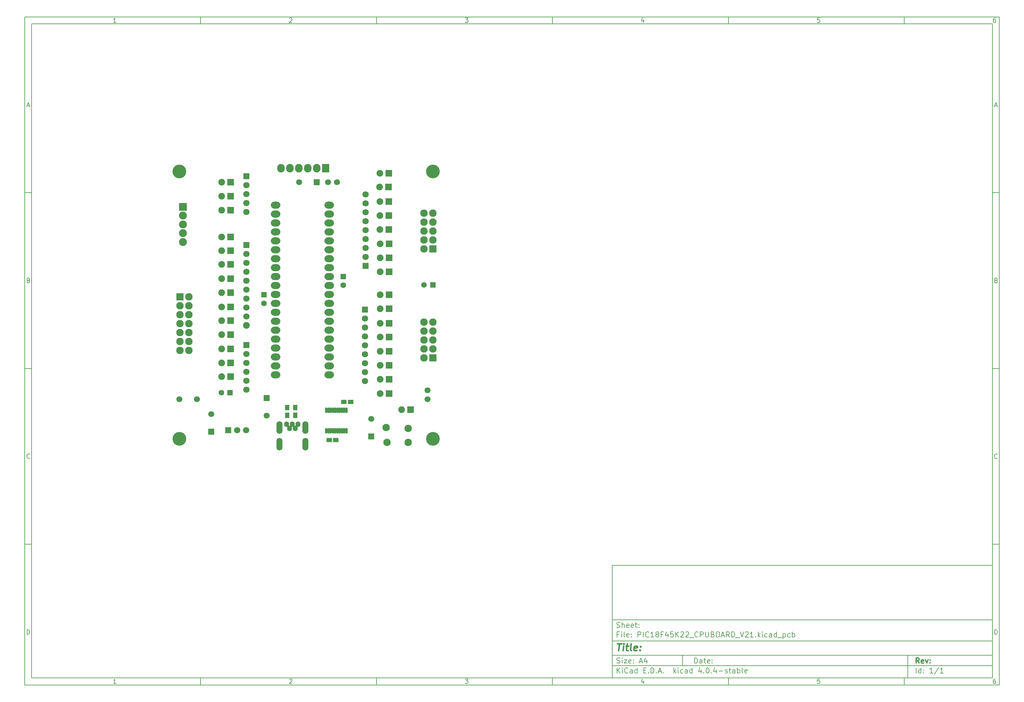
<source format=gts>
G04 #@! TF.FileFunction,Soldermask,Top*
%FSLAX46Y46*%
G04 Gerber Fmt 4.6, Leading zero omitted, Abs format (unit mm)*
G04 Created by KiCad (PCBNEW 4.0.4-stable) date 01/16/17 16:34:01*
%MOMM*%
%LPD*%
G01*
G04 APERTURE LIST*
%ADD10C,0.100000*%
%ADD11C,0.150000*%
%ADD12C,0.300000*%
%ADD13C,0.400000*%
%ADD14R,2.250000X2.250000*%
%ADD15C,2.250000*%
%ADD16R,1.900000X1.900000*%
%ADD17C,1.900000*%
%ADD18O,0.750000X1.600000*%
%ADD19C,1.700000*%
%ADD20R,1.797000X1.797000*%
%ADD21C,1.797000*%
%ADD22C,3.900000*%
%ADD23C,1.924000*%
%ADD24R,2.127200X2.127200*%
%ADD25O,2.127200X2.127200*%
%ADD26O,1.400000X1.600000*%
%ADD27O,1.700000X3.600000*%
%ADD28R,2.127200X2.432000*%
%ADD29O,2.127200X2.432000*%
%ADD30C,2.100000*%
%ADD31R,1.700000X1.700000*%
%ADD32R,1.600000X1.600000*%
%ADD33C,1.600000*%
%ADD34O,2.700000X2.000000*%
%ADD35R,1.600000X1.150000*%
%ADD36R,1.300000X1.600000*%
G04 APERTURE END LIST*
D10*
D11*
X177002200Y-166007200D02*
X177002200Y-198007200D01*
X285002200Y-198007200D01*
X285002200Y-166007200D01*
X177002200Y-166007200D01*
D10*
D11*
X10000000Y-10000000D02*
X10000000Y-200007200D01*
X287002200Y-200007200D01*
X287002200Y-10000000D01*
X10000000Y-10000000D01*
D10*
D11*
X12000000Y-12000000D02*
X12000000Y-198007200D01*
X285002200Y-198007200D01*
X285002200Y-12000000D01*
X12000000Y-12000000D01*
D10*
D11*
X60000000Y-12000000D02*
X60000000Y-10000000D01*
D10*
D11*
X110000000Y-12000000D02*
X110000000Y-10000000D01*
D10*
D11*
X160000000Y-12000000D02*
X160000000Y-10000000D01*
D10*
D11*
X210000000Y-12000000D02*
X210000000Y-10000000D01*
D10*
D11*
X260000000Y-12000000D02*
X260000000Y-10000000D01*
D10*
D11*
X35990476Y-11588095D02*
X35247619Y-11588095D01*
X35619048Y-11588095D02*
X35619048Y-10288095D01*
X35495238Y-10473810D01*
X35371429Y-10597619D01*
X35247619Y-10659524D01*
D10*
D11*
X85247619Y-10411905D02*
X85309524Y-10350000D01*
X85433333Y-10288095D01*
X85742857Y-10288095D01*
X85866667Y-10350000D01*
X85928571Y-10411905D01*
X85990476Y-10535714D01*
X85990476Y-10659524D01*
X85928571Y-10845238D01*
X85185714Y-11588095D01*
X85990476Y-11588095D01*
D10*
D11*
X135185714Y-10288095D02*
X135990476Y-10288095D01*
X135557143Y-10783333D01*
X135742857Y-10783333D01*
X135866667Y-10845238D01*
X135928571Y-10907143D01*
X135990476Y-11030952D01*
X135990476Y-11340476D01*
X135928571Y-11464286D01*
X135866667Y-11526190D01*
X135742857Y-11588095D01*
X135371429Y-11588095D01*
X135247619Y-11526190D01*
X135185714Y-11464286D01*
D10*
D11*
X185866667Y-10721429D02*
X185866667Y-11588095D01*
X185557143Y-10226190D02*
X185247619Y-11154762D01*
X186052381Y-11154762D01*
D10*
D11*
X235928571Y-10288095D02*
X235309524Y-10288095D01*
X235247619Y-10907143D01*
X235309524Y-10845238D01*
X235433333Y-10783333D01*
X235742857Y-10783333D01*
X235866667Y-10845238D01*
X235928571Y-10907143D01*
X235990476Y-11030952D01*
X235990476Y-11340476D01*
X235928571Y-11464286D01*
X235866667Y-11526190D01*
X235742857Y-11588095D01*
X235433333Y-11588095D01*
X235309524Y-11526190D01*
X235247619Y-11464286D01*
D10*
D11*
X285866667Y-10288095D02*
X285619048Y-10288095D01*
X285495238Y-10350000D01*
X285433333Y-10411905D01*
X285309524Y-10597619D01*
X285247619Y-10845238D01*
X285247619Y-11340476D01*
X285309524Y-11464286D01*
X285371429Y-11526190D01*
X285495238Y-11588095D01*
X285742857Y-11588095D01*
X285866667Y-11526190D01*
X285928571Y-11464286D01*
X285990476Y-11340476D01*
X285990476Y-11030952D01*
X285928571Y-10907143D01*
X285866667Y-10845238D01*
X285742857Y-10783333D01*
X285495238Y-10783333D01*
X285371429Y-10845238D01*
X285309524Y-10907143D01*
X285247619Y-11030952D01*
D10*
D11*
X60000000Y-198007200D02*
X60000000Y-200007200D01*
D10*
D11*
X110000000Y-198007200D02*
X110000000Y-200007200D01*
D10*
D11*
X160000000Y-198007200D02*
X160000000Y-200007200D01*
D10*
D11*
X210000000Y-198007200D02*
X210000000Y-200007200D01*
D10*
D11*
X260000000Y-198007200D02*
X260000000Y-200007200D01*
D10*
D11*
X35990476Y-199595295D02*
X35247619Y-199595295D01*
X35619048Y-199595295D02*
X35619048Y-198295295D01*
X35495238Y-198481010D01*
X35371429Y-198604819D01*
X35247619Y-198666724D01*
D10*
D11*
X85247619Y-198419105D02*
X85309524Y-198357200D01*
X85433333Y-198295295D01*
X85742857Y-198295295D01*
X85866667Y-198357200D01*
X85928571Y-198419105D01*
X85990476Y-198542914D01*
X85990476Y-198666724D01*
X85928571Y-198852438D01*
X85185714Y-199595295D01*
X85990476Y-199595295D01*
D10*
D11*
X135185714Y-198295295D02*
X135990476Y-198295295D01*
X135557143Y-198790533D01*
X135742857Y-198790533D01*
X135866667Y-198852438D01*
X135928571Y-198914343D01*
X135990476Y-199038152D01*
X135990476Y-199347676D01*
X135928571Y-199471486D01*
X135866667Y-199533390D01*
X135742857Y-199595295D01*
X135371429Y-199595295D01*
X135247619Y-199533390D01*
X135185714Y-199471486D01*
D10*
D11*
X185866667Y-198728629D02*
X185866667Y-199595295D01*
X185557143Y-198233390D02*
X185247619Y-199161962D01*
X186052381Y-199161962D01*
D10*
D11*
X235928571Y-198295295D02*
X235309524Y-198295295D01*
X235247619Y-198914343D01*
X235309524Y-198852438D01*
X235433333Y-198790533D01*
X235742857Y-198790533D01*
X235866667Y-198852438D01*
X235928571Y-198914343D01*
X235990476Y-199038152D01*
X235990476Y-199347676D01*
X235928571Y-199471486D01*
X235866667Y-199533390D01*
X235742857Y-199595295D01*
X235433333Y-199595295D01*
X235309524Y-199533390D01*
X235247619Y-199471486D01*
D10*
D11*
X285866667Y-198295295D02*
X285619048Y-198295295D01*
X285495238Y-198357200D01*
X285433333Y-198419105D01*
X285309524Y-198604819D01*
X285247619Y-198852438D01*
X285247619Y-199347676D01*
X285309524Y-199471486D01*
X285371429Y-199533390D01*
X285495238Y-199595295D01*
X285742857Y-199595295D01*
X285866667Y-199533390D01*
X285928571Y-199471486D01*
X285990476Y-199347676D01*
X285990476Y-199038152D01*
X285928571Y-198914343D01*
X285866667Y-198852438D01*
X285742857Y-198790533D01*
X285495238Y-198790533D01*
X285371429Y-198852438D01*
X285309524Y-198914343D01*
X285247619Y-199038152D01*
D10*
D11*
X10000000Y-60000000D02*
X12000000Y-60000000D01*
D10*
D11*
X10000000Y-110000000D02*
X12000000Y-110000000D01*
D10*
D11*
X10000000Y-160000000D02*
X12000000Y-160000000D01*
D10*
D11*
X10690476Y-35216667D02*
X11309524Y-35216667D01*
X10566667Y-35588095D02*
X11000000Y-34288095D01*
X11433333Y-35588095D01*
D10*
D11*
X11092857Y-84907143D02*
X11278571Y-84969048D01*
X11340476Y-85030952D01*
X11402381Y-85154762D01*
X11402381Y-85340476D01*
X11340476Y-85464286D01*
X11278571Y-85526190D01*
X11154762Y-85588095D01*
X10659524Y-85588095D01*
X10659524Y-84288095D01*
X11092857Y-84288095D01*
X11216667Y-84350000D01*
X11278571Y-84411905D01*
X11340476Y-84535714D01*
X11340476Y-84659524D01*
X11278571Y-84783333D01*
X11216667Y-84845238D01*
X11092857Y-84907143D01*
X10659524Y-84907143D01*
D10*
D11*
X11402381Y-135464286D02*
X11340476Y-135526190D01*
X11154762Y-135588095D01*
X11030952Y-135588095D01*
X10845238Y-135526190D01*
X10721429Y-135402381D01*
X10659524Y-135278571D01*
X10597619Y-135030952D01*
X10597619Y-134845238D01*
X10659524Y-134597619D01*
X10721429Y-134473810D01*
X10845238Y-134350000D01*
X11030952Y-134288095D01*
X11154762Y-134288095D01*
X11340476Y-134350000D01*
X11402381Y-134411905D01*
D10*
D11*
X10659524Y-185588095D02*
X10659524Y-184288095D01*
X10969048Y-184288095D01*
X11154762Y-184350000D01*
X11278571Y-184473810D01*
X11340476Y-184597619D01*
X11402381Y-184845238D01*
X11402381Y-185030952D01*
X11340476Y-185278571D01*
X11278571Y-185402381D01*
X11154762Y-185526190D01*
X10969048Y-185588095D01*
X10659524Y-185588095D01*
D10*
D11*
X287002200Y-60000000D02*
X285002200Y-60000000D01*
D10*
D11*
X287002200Y-110000000D02*
X285002200Y-110000000D01*
D10*
D11*
X287002200Y-160000000D02*
X285002200Y-160000000D01*
D10*
D11*
X285692676Y-35216667D02*
X286311724Y-35216667D01*
X285568867Y-35588095D02*
X286002200Y-34288095D01*
X286435533Y-35588095D01*
D10*
D11*
X286095057Y-84907143D02*
X286280771Y-84969048D01*
X286342676Y-85030952D01*
X286404581Y-85154762D01*
X286404581Y-85340476D01*
X286342676Y-85464286D01*
X286280771Y-85526190D01*
X286156962Y-85588095D01*
X285661724Y-85588095D01*
X285661724Y-84288095D01*
X286095057Y-84288095D01*
X286218867Y-84350000D01*
X286280771Y-84411905D01*
X286342676Y-84535714D01*
X286342676Y-84659524D01*
X286280771Y-84783333D01*
X286218867Y-84845238D01*
X286095057Y-84907143D01*
X285661724Y-84907143D01*
D10*
D11*
X286404581Y-135464286D02*
X286342676Y-135526190D01*
X286156962Y-135588095D01*
X286033152Y-135588095D01*
X285847438Y-135526190D01*
X285723629Y-135402381D01*
X285661724Y-135278571D01*
X285599819Y-135030952D01*
X285599819Y-134845238D01*
X285661724Y-134597619D01*
X285723629Y-134473810D01*
X285847438Y-134350000D01*
X286033152Y-134288095D01*
X286156962Y-134288095D01*
X286342676Y-134350000D01*
X286404581Y-134411905D01*
D10*
D11*
X285661724Y-185588095D02*
X285661724Y-184288095D01*
X285971248Y-184288095D01*
X286156962Y-184350000D01*
X286280771Y-184473810D01*
X286342676Y-184597619D01*
X286404581Y-184845238D01*
X286404581Y-185030952D01*
X286342676Y-185278571D01*
X286280771Y-185402381D01*
X286156962Y-185526190D01*
X285971248Y-185588095D01*
X285661724Y-185588095D01*
D10*
D11*
X200359343Y-193785771D02*
X200359343Y-192285771D01*
X200716486Y-192285771D01*
X200930771Y-192357200D01*
X201073629Y-192500057D01*
X201145057Y-192642914D01*
X201216486Y-192928629D01*
X201216486Y-193142914D01*
X201145057Y-193428629D01*
X201073629Y-193571486D01*
X200930771Y-193714343D01*
X200716486Y-193785771D01*
X200359343Y-193785771D01*
X202502200Y-193785771D02*
X202502200Y-193000057D01*
X202430771Y-192857200D01*
X202287914Y-192785771D01*
X202002200Y-192785771D01*
X201859343Y-192857200D01*
X202502200Y-193714343D02*
X202359343Y-193785771D01*
X202002200Y-193785771D01*
X201859343Y-193714343D01*
X201787914Y-193571486D01*
X201787914Y-193428629D01*
X201859343Y-193285771D01*
X202002200Y-193214343D01*
X202359343Y-193214343D01*
X202502200Y-193142914D01*
X203002200Y-192785771D02*
X203573629Y-192785771D01*
X203216486Y-192285771D02*
X203216486Y-193571486D01*
X203287914Y-193714343D01*
X203430772Y-193785771D01*
X203573629Y-193785771D01*
X204645057Y-193714343D02*
X204502200Y-193785771D01*
X204216486Y-193785771D01*
X204073629Y-193714343D01*
X204002200Y-193571486D01*
X204002200Y-193000057D01*
X204073629Y-192857200D01*
X204216486Y-192785771D01*
X204502200Y-192785771D01*
X204645057Y-192857200D01*
X204716486Y-193000057D01*
X204716486Y-193142914D01*
X204002200Y-193285771D01*
X205359343Y-193642914D02*
X205430771Y-193714343D01*
X205359343Y-193785771D01*
X205287914Y-193714343D01*
X205359343Y-193642914D01*
X205359343Y-193785771D01*
X205359343Y-192857200D02*
X205430771Y-192928629D01*
X205359343Y-193000057D01*
X205287914Y-192928629D01*
X205359343Y-192857200D01*
X205359343Y-193000057D01*
D10*
D11*
X177002200Y-194507200D02*
X285002200Y-194507200D01*
D10*
D11*
X178359343Y-196585771D02*
X178359343Y-195085771D01*
X179216486Y-196585771D02*
X178573629Y-195728629D01*
X179216486Y-195085771D02*
X178359343Y-195942914D01*
X179859343Y-196585771D02*
X179859343Y-195585771D01*
X179859343Y-195085771D02*
X179787914Y-195157200D01*
X179859343Y-195228629D01*
X179930771Y-195157200D01*
X179859343Y-195085771D01*
X179859343Y-195228629D01*
X181430772Y-196442914D02*
X181359343Y-196514343D01*
X181145057Y-196585771D01*
X181002200Y-196585771D01*
X180787915Y-196514343D01*
X180645057Y-196371486D01*
X180573629Y-196228629D01*
X180502200Y-195942914D01*
X180502200Y-195728629D01*
X180573629Y-195442914D01*
X180645057Y-195300057D01*
X180787915Y-195157200D01*
X181002200Y-195085771D01*
X181145057Y-195085771D01*
X181359343Y-195157200D01*
X181430772Y-195228629D01*
X182716486Y-196585771D02*
X182716486Y-195800057D01*
X182645057Y-195657200D01*
X182502200Y-195585771D01*
X182216486Y-195585771D01*
X182073629Y-195657200D01*
X182716486Y-196514343D02*
X182573629Y-196585771D01*
X182216486Y-196585771D01*
X182073629Y-196514343D01*
X182002200Y-196371486D01*
X182002200Y-196228629D01*
X182073629Y-196085771D01*
X182216486Y-196014343D01*
X182573629Y-196014343D01*
X182716486Y-195942914D01*
X184073629Y-196585771D02*
X184073629Y-195085771D01*
X184073629Y-196514343D02*
X183930772Y-196585771D01*
X183645058Y-196585771D01*
X183502200Y-196514343D01*
X183430772Y-196442914D01*
X183359343Y-196300057D01*
X183359343Y-195871486D01*
X183430772Y-195728629D01*
X183502200Y-195657200D01*
X183645058Y-195585771D01*
X183930772Y-195585771D01*
X184073629Y-195657200D01*
X185930772Y-195800057D02*
X186430772Y-195800057D01*
X186645058Y-196585771D02*
X185930772Y-196585771D01*
X185930772Y-195085771D01*
X186645058Y-195085771D01*
X187287915Y-196442914D02*
X187359343Y-196514343D01*
X187287915Y-196585771D01*
X187216486Y-196514343D01*
X187287915Y-196442914D01*
X187287915Y-196585771D01*
X188002201Y-196585771D02*
X188002201Y-195085771D01*
X188359344Y-195085771D01*
X188573629Y-195157200D01*
X188716487Y-195300057D01*
X188787915Y-195442914D01*
X188859344Y-195728629D01*
X188859344Y-195942914D01*
X188787915Y-196228629D01*
X188716487Y-196371486D01*
X188573629Y-196514343D01*
X188359344Y-196585771D01*
X188002201Y-196585771D01*
X189502201Y-196442914D02*
X189573629Y-196514343D01*
X189502201Y-196585771D01*
X189430772Y-196514343D01*
X189502201Y-196442914D01*
X189502201Y-196585771D01*
X190145058Y-196157200D02*
X190859344Y-196157200D01*
X190002201Y-196585771D02*
X190502201Y-195085771D01*
X191002201Y-196585771D01*
X191502201Y-196442914D02*
X191573629Y-196514343D01*
X191502201Y-196585771D01*
X191430772Y-196514343D01*
X191502201Y-196442914D01*
X191502201Y-196585771D01*
X194502201Y-196585771D02*
X194502201Y-195085771D01*
X194645058Y-196014343D02*
X195073629Y-196585771D01*
X195073629Y-195585771D02*
X194502201Y-196157200D01*
X195716487Y-196585771D02*
X195716487Y-195585771D01*
X195716487Y-195085771D02*
X195645058Y-195157200D01*
X195716487Y-195228629D01*
X195787915Y-195157200D01*
X195716487Y-195085771D01*
X195716487Y-195228629D01*
X197073630Y-196514343D02*
X196930773Y-196585771D01*
X196645059Y-196585771D01*
X196502201Y-196514343D01*
X196430773Y-196442914D01*
X196359344Y-196300057D01*
X196359344Y-195871486D01*
X196430773Y-195728629D01*
X196502201Y-195657200D01*
X196645059Y-195585771D01*
X196930773Y-195585771D01*
X197073630Y-195657200D01*
X198359344Y-196585771D02*
X198359344Y-195800057D01*
X198287915Y-195657200D01*
X198145058Y-195585771D01*
X197859344Y-195585771D01*
X197716487Y-195657200D01*
X198359344Y-196514343D02*
X198216487Y-196585771D01*
X197859344Y-196585771D01*
X197716487Y-196514343D01*
X197645058Y-196371486D01*
X197645058Y-196228629D01*
X197716487Y-196085771D01*
X197859344Y-196014343D01*
X198216487Y-196014343D01*
X198359344Y-195942914D01*
X199716487Y-196585771D02*
X199716487Y-195085771D01*
X199716487Y-196514343D02*
X199573630Y-196585771D01*
X199287916Y-196585771D01*
X199145058Y-196514343D01*
X199073630Y-196442914D01*
X199002201Y-196300057D01*
X199002201Y-195871486D01*
X199073630Y-195728629D01*
X199145058Y-195657200D01*
X199287916Y-195585771D01*
X199573630Y-195585771D01*
X199716487Y-195657200D01*
X202216487Y-195585771D02*
X202216487Y-196585771D01*
X201859344Y-195014343D02*
X201502201Y-196085771D01*
X202430773Y-196085771D01*
X203002201Y-196442914D02*
X203073629Y-196514343D01*
X203002201Y-196585771D01*
X202930772Y-196514343D01*
X203002201Y-196442914D01*
X203002201Y-196585771D01*
X204002201Y-195085771D02*
X204145058Y-195085771D01*
X204287915Y-195157200D01*
X204359344Y-195228629D01*
X204430773Y-195371486D01*
X204502201Y-195657200D01*
X204502201Y-196014343D01*
X204430773Y-196300057D01*
X204359344Y-196442914D01*
X204287915Y-196514343D01*
X204145058Y-196585771D01*
X204002201Y-196585771D01*
X203859344Y-196514343D01*
X203787915Y-196442914D01*
X203716487Y-196300057D01*
X203645058Y-196014343D01*
X203645058Y-195657200D01*
X203716487Y-195371486D01*
X203787915Y-195228629D01*
X203859344Y-195157200D01*
X204002201Y-195085771D01*
X205145058Y-196442914D02*
X205216486Y-196514343D01*
X205145058Y-196585771D01*
X205073629Y-196514343D01*
X205145058Y-196442914D01*
X205145058Y-196585771D01*
X206502201Y-195585771D02*
X206502201Y-196585771D01*
X206145058Y-195014343D02*
X205787915Y-196085771D01*
X206716487Y-196085771D01*
X207287915Y-196014343D02*
X208430772Y-196014343D01*
X209073629Y-196514343D02*
X209216486Y-196585771D01*
X209502201Y-196585771D01*
X209645058Y-196514343D01*
X209716486Y-196371486D01*
X209716486Y-196300057D01*
X209645058Y-196157200D01*
X209502201Y-196085771D01*
X209287915Y-196085771D01*
X209145058Y-196014343D01*
X209073629Y-195871486D01*
X209073629Y-195800057D01*
X209145058Y-195657200D01*
X209287915Y-195585771D01*
X209502201Y-195585771D01*
X209645058Y-195657200D01*
X210145058Y-195585771D02*
X210716487Y-195585771D01*
X210359344Y-195085771D02*
X210359344Y-196371486D01*
X210430772Y-196514343D01*
X210573630Y-196585771D01*
X210716487Y-196585771D01*
X211859344Y-196585771D02*
X211859344Y-195800057D01*
X211787915Y-195657200D01*
X211645058Y-195585771D01*
X211359344Y-195585771D01*
X211216487Y-195657200D01*
X211859344Y-196514343D02*
X211716487Y-196585771D01*
X211359344Y-196585771D01*
X211216487Y-196514343D01*
X211145058Y-196371486D01*
X211145058Y-196228629D01*
X211216487Y-196085771D01*
X211359344Y-196014343D01*
X211716487Y-196014343D01*
X211859344Y-195942914D01*
X212573630Y-196585771D02*
X212573630Y-195085771D01*
X212573630Y-195657200D02*
X212716487Y-195585771D01*
X213002201Y-195585771D01*
X213145058Y-195657200D01*
X213216487Y-195728629D01*
X213287916Y-195871486D01*
X213287916Y-196300057D01*
X213216487Y-196442914D01*
X213145058Y-196514343D01*
X213002201Y-196585771D01*
X212716487Y-196585771D01*
X212573630Y-196514343D01*
X214145059Y-196585771D02*
X214002201Y-196514343D01*
X213930773Y-196371486D01*
X213930773Y-195085771D01*
X215287915Y-196514343D02*
X215145058Y-196585771D01*
X214859344Y-196585771D01*
X214716487Y-196514343D01*
X214645058Y-196371486D01*
X214645058Y-195800057D01*
X214716487Y-195657200D01*
X214859344Y-195585771D01*
X215145058Y-195585771D01*
X215287915Y-195657200D01*
X215359344Y-195800057D01*
X215359344Y-195942914D01*
X214645058Y-196085771D01*
D10*
D11*
X177002200Y-191507200D02*
X285002200Y-191507200D01*
D10*
D12*
X264216486Y-193785771D02*
X263716486Y-193071486D01*
X263359343Y-193785771D02*
X263359343Y-192285771D01*
X263930771Y-192285771D01*
X264073629Y-192357200D01*
X264145057Y-192428629D01*
X264216486Y-192571486D01*
X264216486Y-192785771D01*
X264145057Y-192928629D01*
X264073629Y-193000057D01*
X263930771Y-193071486D01*
X263359343Y-193071486D01*
X265430771Y-193714343D02*
X265287914Y-193785771D01*
X265002200Y-193785771D01*
X264859343Y-193714343D01*
X264787914Y-193571486D01*
X264787914Y-193000057D01*
X264859343Y-192857200D01*
X265002200Y-192785771D01*
X265287914Y-192785771D01*
X265430771Y-192857200D01*
X265502200Y-193000057D01*
X265502200Y-193142914D01*
X264787914Y-193285771D01*
X266002200Y-192785771D02*
X266359343Y-193785771D01*
X266716485Y-192785771D01*
X267287914Y-193642914D02*
X267359342Y-193714343D01*
X267287914Y-193785771D01*
X267216485Y-193714343D01*
X267287914Y-193642914D01*
X267287914Y-193785771D01*
X267287914Y-192857200D02*
X267359342Y-192928629D01*
X267287914Y-193000057D01*
X267216485Y-192928629D01*
X267287914Y-192857200D01*
X267287914Y-193000057D01*
D10*
D11*
X178287914Y-193714343D02*
X178502200Y-193785771D01*
X178859343Y-193785771D01*
X179002200Y-193714343D01*
X179073629Y-193642914D01*
X179145057Y-193500057D01*
X179145057Y-193357200D01*
X179073629Y-193214343D01*
X179002200Y-193142914D01*
X178859343Y-193071486D01*
X178573629Y-193000057D01*
X178430771Y-192928629D01*
X178359343Y-192857200D01*
X178287914Y-192714343D01*
X178287914Y-192571486D01*
X178359343Y-192428629D01*
X178430771Y-192357200D01*
X178573629Y-192285771D01*
X178930771Y-192285771D01*
X179145057Y-192357200D01*
X179787914Y-193785771D02*
X179787914Y-192785771D01*
X179787914Y-192285771D02*
X179716485Y-192357200D01*
X179787914Y-192428629D01*
X179859342Y-192357200D01*
X179787914Y-192285771D01*
X179787914Y-192428629D01*
X180359343Y-192785771D02*
X181145057Y-192785771D01*
X180359343Y-193785771D01*
X181145057Y-193785771D01*
X182287914Y-193714343D02*
X182145057Y-193785771D01*
X181859343Y-193785771D01*
X181716486Y-193714343D01*
X181645057Y-193571486D01*
X181645057Y-193000057D01*
X181716486Y-192857200D01*
X181859343Y-192785771D01*
X182145057Y-192785771D01*
X182287914Y-192857200D01*
X182359343Y-193000057D01*
X182359343Y-193142914D01*
X181645057Y-193285771D01*
X183002200Y-193642914D02*
X183073628Y-193714343D01*
X183002200Y-193785771D01*
X182930771Y-193714343D01*
X183002200Y-193642914D01*
X183002200Y-193785771D01*
X183002200Y-192857200D02*
X183073628Y-192928629D01*
X183002200Y-193000057D01*
X182930771Y-192928629D01*
X183002200Y-192857200D01*
X183002200Y-193000057D01*
X184787914Y-193357200D02*
X185502200Y-193357200D01*
X184645057Y-193785771D02*
X185145057Y-192285771D01*
X185645057Y-193785771D01*
X186787914Y-192785771D02*
X186787914Y-193785771D01*
X186430771Y-192214343D02*
X186073628Y-193285771D01*
X187002200Y-193285771D01*
D10*
D11*
X263359343Y-196585771D02*
X263359343Y-195085771D01*
X264716486Y-196585771D02*
X264716486Y-195085771D01*
X264716486Y-196514343D02*
X264573629Y-196585771D01*
X264287915Y-196585771D01*
X264145057Y-196514343D01*
X264073629Y-196442914D01*
X264002200Y-196300057D01*
X264002200Y-195871486D01*
X264073629Y-195728629D01*
X264145057Y-195657200D01*
X264287915Y-195585771D01*
X264573629Y-195585771D01*
X264716486Y-195657200D01*
X265430772Y-196442914D02*
X265502200Y-196514343D01*
X265430772Y-196585771D01*
X265359343Y-196514343D01*
X265430772Y-196442914D01*
X265430772Y-196585771D01*
X265430772Y-195657200D02*
X265502200Y-195728629D01*
X265430772Y-195800057D01*
X265359343Y-195728629D01*
X265430772Y-195657200D01*
X265430772Y-195800057D01*
X268073629Y-196585771D02*
X267216486Y-196585771D01*
X267645058Y-196585771D02*
X267645058Y-195085771D01*
X267502201Y-195300057D01*
X267359343Y-195442914D01*
X267216486Y-195514343D01*
X269787914Y-195014343D02*
X268502200Y-196942914D01*
X271073629Y-196585771D02*
X270216486Y-196585771D01*
X270645058Y-196585771D02*
X270645058Y-195085771D01*
X270502201Y-195300057D01*
X270359343Y-195442914D01*
X270216486Y-195514343D01*
D10*
D11*
X177002200Y-187507200D02*
X285002200Y-187507200D01*
D10*
D13*
X178454581Y-188211962D02*
X179597438Y-188211962D01*
X178776010Y-190211962D02*
X179026010Y-188211962D01*
X180014105Y-190211962D02*
X180180771Y-188878629D01*
X180264105Y-188211962D02*
X180156962Y-188307200D01*
X180240295Y-188402438D01*
X180347439Y-188307200D01*
X180264105Y-188211962D01*
X180240295Y-188402438D01*
X180847438Y-188878629D02*
X181609343Y-188878629D01*
X181216486Y-188211962D02*
X181002200Y-189926248D01*
X181073630Y-190116724D01*
X181252201Y-190211962D01*
X181442677Y-190211962D01*
X182395058Y-190211962D02*
X182216487Y-190116724D01*
X182145057Y-189926248D01*
X182359343Y-188211962D01*
X183930772Y-190116724D02*
X183728391Y-190211962D01*
X183347439Y-190211962D01*
X183168867Y-190116724D01*
X183097438Y-189926248D01*
X183192676Y-189164343D01*
X183311724Y-188973867D01*
X183514105Y-188878629D01*
X183895057Y-188878629D01*
X184073629Y-188973867D01*
X184145057Y-189164343D01*
X184121248Y-189354819D01*
X183145057Y-189545295D01*
X184895057Y-190021486D02*
X184978392Y-190116724D01*
X184871248Y-190211962D01*
X184787915Y-190116724D01*
X184895057Y-190021486D01*
X184871248Y-190211962D01*
X185026010Y-188973867D02*
X185109344Y-189069105D01*
X185002200Y-189164343D01*
X184918867Y-189069105D01*
X185026010Y-188973867D01*
X185002200Y-189164343D01*
D10*
D11*
X178859343Y-185600057D02*
X178359343Y-185600057D01*
X178359343Y-186385771D02*
X178359343Y-184885771D01*
X179073629Y-184885771D01*
X179645057Y-186385771D02*
X179645057Y-185385771D01*
X179645057Y-184885771D02*
X179573628Y-184957200D01*
X179645057Y-185028629D01*
X179716485Y-184957200D01*
X179645057Y-184885771D01*
X179645057Y-185028629D01*
X180573629Y-186385771D02*
X180430771Y-186314343D01*
X180359343Y-186171486D01*
X180359343Y-184885771D01*
X181716485Y-186314343D02*
X181573628Y-186385771D01*
X181287914Y-186385771D01*
X181145057Y-186314343D01*
X181073628Y-186171486D01*
X181073628Y-185600057D01*
X181145057Y-185457200D01*
X181287914Y-185385771D01*
X181573628Y-185385771D01*
X181716485Y-185457200D01*
X181787914Y-185600057D01*
X181787914Y-185742914D01*
X181073628Y-185885771D01*
X182430771Y-186242914D02*
X182502199Y-186314343D01*
X182430771Y-186385771D01*
X182359342Y-186314343D01*
X182430771Y-186242914D01*
X182430771Y-186385771D01*
X182430771Y-185457200D02*
X182502199Y-185528629D01*
X182430771Y-185600057D01*
X182359342Y-185528629D01*
X182430771Y-185457200D01*
X182430771Y-185600057D01*
X184287914Y-186385771D02*
X184287914Y-184885771D01*
X184859342Y-184885771D01*
X185002200Y-184957200D01*
X185073628Y-185028629D01*
X185145057Y-185171486D01*
X185145057Y-185385771D01*
X185073628Y-185528629D01*
X185002200Y-185600057D01*
X184859342Y-185671486D01*
X184287914Y-185671486D01*
X185787914Y-186385771D02*
X185787914Y-184885771D01*
X187359343Y-186242914D02*
X187287914Y-186314343D01*
X187073628Y-186385771D01*
X186930771Y-186385771D01*
X186716486Y-186314343D01*
X186573628Y-186171486D01*
X186502200Y-186028629D01*
X186430771Y-185742914D01*
X186430771Y-185528629D01*
X186502200Y-185242914D01*
X186573628Y-185100057D01*
X186716486Y-184957200D01*
X186930771Y-184885771D01*
X187073628Y-184885771D01*
X187287914Y-184957200D01*
X187359343Y-185028629D01*
X188787914Y-186385771D02*
X187930771Y-186385771D01*
X188359343Y-186385771D02*
X188359343Y-184885771D01*
X188216486Y-185100057D01*
X188073628Y-185242914D01*
X187930771Y-185314343D01*
X189645057Y-185528629D02*
X189502199Y-185457200D01*
X189430771Y-185385771D01*
X189359342Y-185242914D01*
X189359342Y-185171486D01*
X189430771Y-185028629D01*
X189502199Y-184957200D01*
X189645057Y-184885771D01*
X189930771Y-184885771D01*
X190073628Y-184957200D01*
X190145057Y-185028629D01*
X190216485Y-185171486D01*
X190216485Y-185242914D01*
X190145057Y-185385771D01*
X190073628Y-185457200D01*
X189930771Y-185528629D01*
X189645057Y-185528629D01*
X189502199Y-185600057D01*
X189430771Y-185671486D01*
X189359342Y-185814343D01*
X189359342Y-186100057D01*
X189430771Y-186242914D01*
X189502199Y-186314343D01*
X189645057Y-186385771D01*
X189930771Y-186385771D01*
X190073628Y-186314343D01*
X190145057Y-186242914D01*
X190216485Y-186100057D01*
X190216485Y-185814343D01*
X190145057Y-185671486D01*
X190073628Y-185600057D01*
X189930771Y-185528629D01*
X191359342Y-185600057D02*
X190859342Y-185600057D01*
X190859342Y-186385771D02*
X190859342Y-184885771D01*
X191573628Y-184885771D01*
X192787913Y-185385771D02*
X192787913Y-186385771D01*
X192430770Y-184814343D02*
X192073627Y-185885771D01*
X193002199Y-185885771D01*
X194287913Y-184885771D02*
X193573627Y-184885771D01*
X193502198Y-185600057D01*
X193573627Y-185528629D01*
X193716484Y-185457200D01*
X194073627Y-185457200D01*
X194216484Y-185528629D01*
X194287913Y-185600057D01*
X194359341Y-185742914D01*
X194359341Y-186100057D01*
X194287913Y-186242914D01*
X194216484Y-186314343D01*
X194073627Y-186385771D01*
X193716484Y-186385771D01*
X193573627Y-186314343D01*
X193502198Y-186242914D01*
X195002198Y-186385771D02*
X195002198Y-184885771D01*
X195859341Y-186385771D02*
X195216484Y-185528629D01*
X195859341Y-184885771D02*
X195002198Y-185742914D01*
X196430769Y-185028629D02*
X196502198Y-184957200D01*
X196645055Y-184885771D01*
X197002198Y-184885771D01*
X197145055Y-184957200D01*
X197216484Y-185028629D01*
X197287912Y-185171486D01*
X197287912Y-185314343D01*
X197216484Y-185528629D01*
X196359341Y-186385771D01*
X197287912Y-186385771D01*
X197859340Y-185028629D02*
X197930769Y-184957200D01*
X198073626Y-184885771D01*
X198430769Y-184885771D01*
X198573626Y-184957200D01*
X198645055Y-185028629D01*
X198716483Y-185171486D01*
X198716483Y-185314343D01*
X198645055Y-185528629D01*
X197787912Y-186385771D01*
X198716483Y-186385771D01*
X199002197Y-186528629D02*
X200145054Y-186528629D01*
X201359340Y-186242914D02*
X201287911Y-186314343D01*
X201073625Y-186385771D01*
X200930768Y-186385771D01*
X200716483Y-186314343D01*
X200573625Y-186171486D01*
X200502197Y-186028629D01*
X200430768Y-185742914D01*
X200430768Y-185528629D01*
X200502197Y-185242914D01*
X200573625Y-185100057D01*
X200716483Y-184957200D01*
X200930768Y-184885771D01*
X201073625Y-184885771D01*
X201287911Y-184957200D01*
X201359340Y-185028629D01*
X202002197Y-186385771D02*
X202002197Y-184885771D01*
X202573625Y-184885771D01*
X202716483Y-184957200D01*
X202787911Y-185028629D01*
X202859340Y-185171486D01*
X202859340Y-185385771D01*
X202787911Y-185528629D01*
X202716483Y-185600057D01*
X202573625Y-185671486D01*
X202002197Y-185671486D01*
X203502197Y-184885771D02*
X203502197Y-186100057D01*
X203573625Y-186242914D01*
X203645054Y-186314343D01*
X203787911Y-186385771D01*
X204073625Y-186385771D01*
X204216483Y-186314343D01*
X204287911Y-186242914D01*
X204359340Y-186100057D01*
X204359340Y-184885771D01*
X205573626Y-185600057D02*
X205787912Y-185671486D01*
X205859340Y-185742914D01*
X205930769Y-185885771D01*
X205930769Y-186100057D01*
X205859340Y-186242914D01*
X205787912Y-186314343D01*
X205645054Y-186385771D01*
X205073626Y-186385771D01*
X205073626Y-184885771D01*
X205573626Y-184885771D01*
X205716483Y-184957200D01*
X205787912Y-185028629D01*
X205859340Y-185171486D01*
X205859340Y-185314343D01*
X205787912Y-185457200D01*
X205716483Y-185528629D01*
X205573626Y-185600057D01*
X205073626Y-185600057D01*
X206859340Y-184885771D02*
X207145054Y-184885771D01*
X207287912Y-184957200D01*
X207430769Y-185100057D01*
X207502197Y-185385771D01*
X207502197Y-185885771D01*
X207430769Y-186171486D01*
X207287912Y-186314343D01*
X207145054Y-186385771D01*
X206859340Y-186385771D01*
X206716483Y-186314343D01*
X206573626Y-186171486D01*
X206502197Y-185885771D01*
X206502197Y-185385771D01*
X206573626Y-185100057D01*
X206716483Y-184957200D01*
X206859340Y-184885771D01*
X208073626Y-185957200D02*
X208787912Y-185957200D01*
X207930769Y-186385771D02*
X208430769Y-184885771D01*
X208930769Y-186385771D01*
X210287912Y-186385771D02*
X209787912Y-185671486D01*
X209430769Y-186385771D02*
X209430769Y-184885771D01*
X210002197Y-184885771D01*
X210145055Y-184957200D01*
X210216483Y-185028629D01*
X210287912Y-185171486D01*
X210287912Y-185385771D01*
X210216483Y-185528629D01*
X210145055Y-185600057D01*
X210002197Y-185671486D01*
X209430769Y-185671486D01*
X210930769Y-186385771D02*
X210930769Y-184885771D01*
X211287912Y-184885771D01*
X211502197Y-184957200D01*
X211645055Y-185100057D01*
X211716483Y-185242914D01*
X211787912Y-185528629D01*
X211787912Y-185742914D01*
X211716483Y-186028629D01*
X211645055Y-186171486D01*
X211502197Y-186314343D01*
X211287912Y-186385771D01*
X210930769Y-186385771D01*
X212073626Y-186528629D02*
X213216483Y-186528629D01*
X213359340Y-184885771D02*
X213859340Y-186385771D01*
X214359340Y-184885771D01*
X214787911Y-185028629D02*
X214859340Y-184957200D01*
X215002197Y-184885771D01*
X215359340Y-184885771D01*
X215502197Y-184957200D01*
X215573626Y-185028629D01*
X215645054Y-185171486D01*
X215645054Y-185314343D01*
X215573626Y-185528629D01*
X214716483Y-186385771D01*
X215645054Y-186385771D01*
X217073625Y-186385771D02*
X216216482Y-186385771D01*
X216645054Y-186385771D02*
X216645054Y-184885771D01*
X216502197Y-185100057D01*
X216359339Y-185242914D01*
X216216482Y-185314343D01*
X217716482Y-186242914D02*
X217787910Y-186314343D01*
X217716482Y-186385771D01*
X217645053Y-186314343D01*
X217716482Y-186242914D01*
X217716482Y-186385771D01*
X218430768Y-186385771D02*
X218430768Y-184885771D01*
X218573625Y-185814343D02*
X219002196Y-186385771D01*
X219002196Y-185385771D02*
X218430768Y-185957200D01*
X219645054Y-186385771D02*
X219645054Y-185385771D01*
X219645054Y-184885771D02*
X219573625Y-184957200D01*
X219645054Y-185028629D01*
X219716482Y-184957200D01*
X219645054Y-184885771D01*
X219645054Y-185028629D01*
X221002197Y-186314343D02*
X220859340Y-186385771D01*
X220573626Y-186385771D01*
X220430768Y-186314343D01*
X220359340Y-186242914D01*
X220287911Y-186100057D01*
X220287911Y-185671486D01*
X220359340Y-185528629D01*
X220430768Y-185457200D01*
X220573626Y-185385771D01*
X220859340Y-185385771D01*
X221002197Y-185457200D01*
X222287911Y-186385771D02*
X222287911Y-185600057D01*
X222216482Y-185457200D01*
X222073625Y-185385771D01*
X221787911Y-185385771D01*
X221645054Y-185457200D01*
X222287911Y-186314343D02*
X222145054Y-186385771D01*
X221787911Y-186385771D01*
X221645054Y-186314343D01*
X221573625Y-186171486D01*
X221573625Y-186028629D01*
X221645054Y-185885771D01*
X221787911Y-185814343D01*
X222145054Y-185814343D01*
X222287911Y-185742914D01*
X223645054Y-186385771D02*
X223645054Y-184885771D01*
X223645054Y-186314343D02*
X223502197Y-186385771D01*
X223216483Y-186385771D01*
X223073625Y-186314343D01*
X223002197Y-186242914D01*
X222930768Y-186100057D01*
X222930768Y-185671486D01*
X223002197Y-185528629D01*
X223073625Y-185457200D01*
X223216483Y-185385771D01*
X223502197Y-185385771D01*
X223645054Y-185457200D01*
X224002197Y-186528629D02*
X225145054Y-186528629D01*
X225502197Y-185385771D02*
X225502197Y-186885771D01*
X225502197Y-185457200D02*
X225645054Y-185385771D01*
X225930768Y-185385771D01*
X226073625Y-185457200D01*
X226145054Y-185528629D01*
X226216483Y-185671486D01*
X226216483Y-186100057D01*
X226145054Y-186242914D01*
X226073625Y-186314343D01*
X225930768Y-186385771D01*
X225645054Y-186385771D01*
X225502197Y-186314343D01*
X227502197Y-186314343D02*
X227359340Y-186385771D01*
X227073626Y-186385771D01*
X226930768Y-186314343D01*
X226859340Y-186242914D01*
X226787911Y-186100057D01*
X226787911Y-185671486D01*
X226859340Y-185528629D01*
X226930768Y-185457200D01*
X227073626Y-185385771D01*
X227359340Y-185385771D01*
X227502197Y-185457200D01*
X228145054Y-186385771D02*
X228145054Y-184885771D01*
X228145054Y-185457200D02*
X228287911Y-185385771D01*
X228573625Y-185385771D01*
X228716482Y-185457200D01*
X228787911Y-185528629D01*
X228859340Y-185671486D01*
X228859340Y-186100057D01*
X228787911Y-186242914D01*
X228716482Y-186314343D01*
X228573625Y-186385771D01*
X228287911Y-186385771D01*
X228145054Y-186314343D01*
D10*
D11*
X177002200Y-181507200D02*
X285002200Y-181507200D01*
D10*
D11*
X178287914Y-183614343D02*
X178502200Y-183685771D01*
X178859343Y-183685771D01*
X179002200Y-183614343D01*
X179073629Y-183542914D01*
X179145057Y-183400057D01*
X179145057Y-183257200D01*
X179073629Y-183114343D01*
X179002200Y-183042914D01*
X178859343Y-182971486D01*
X178573629Y-182900057D01*
X178430771Y-182828629D01*
X178359343Y-182757200D01*
X178287914Y-182614343D01*
X178287914Y-182471486D01*
X178359343Y-182328629D01*
X178430771Y-182257200D01*
X178573629Y-182185771D01*
X178930771Y-182185771D01*
X179145057Y-182257200D01*
X179787914Y-183685771D02*
X179787914Y-182185771D01*
X180430771Y-183685771D02*
X180430771Y-182900057D01*
X180359342Y-182757200D01*
X180216485Y-182685771D01*
X180002200Y-182685771D01*
X179859342Y-182757200D01*
X179787914Y-182828629D01*
X181716485Y-183614343D02*
X181573628Y-183685771D01*
X181287914Y-183685771D01*
X181145057Y-183614343D01*
X181073628Y-183471486D01*
X181073628Y-182900057D01*
X181145057Y-182757200D01*
X181287914Y-182685771D01*
X181573628Y-182685771D01*
X181716485Y-182757200D01*
X181787914Y-182900057D01*
X181787914Y-183042914D01*
X181073628Y-183185771D01*
X183002199Y-183614343D02*
X182859342Y-183685771D01*
X182573628Y-183685771D01*
X182430771Y-183614343D01*
X182359342Y-183471486D01*
X182359342Y-182900057D01*
X182430771Y-182757200D01*
X182573628Y-182685771D01*
X182859342Y-182685771D01*
X183002199Y-182757200D01*
X183073628Y-182900057D01*
X183073628Y-183042914D01*
X182359342Y-183185771D01*
X183502199Y-182685771D02*
X184073628Y-182685771D01*
X183716485Y-182185771D02*
X183716485Y-183471486D01*
X183787913Y-183614343D01*
X183930771Y-183685771D01*
X184073628Y-183685771D01*
X184573628Y-183542914D02*
X184645056Y-183614343D01*
X184573628Y-183685771D01*
X184502199Y-183614343D01*
X184573628Y-183542914D01*
X184573628Y-183685771D01*
X184573628Y-182757200D02*
X184645056Y-182828629D01*
X184573628Y-182900057D01*
X184502199Y-182828629D01*
X184573628Y-182757200D01*
X184573628Y-182900057D01*
D10*
D11*
X197002200Y-191507200D02*
X197002200Y-194507200D01*
D10*
D11*
X261002200Y-191507200D02*
X261002200Y-198007200D01*
D14*
X55000000Y-64000000D03*
D15*
X55000000Y-66500000D03*
X55000000Y-69000000D03*
X55000000Y-71500000D03*
X55000000Y-74000000D03*
D16*
X68500000Y-61000000D03*
D17*
X65960000Y-61000000D03*
D16*
X68500000Y-65000000D03*
D17*
X65960000Y-65000000D03*
D16*
X68500000Y-72600000D03*
D17*
X65960000Y-72600000D03*
D16*
X68500000Y-76500000D03*
D17*
X65960000Y-76500000D03*
D16*
X68500000Y-80400000D03*
D17*
X65960000Y-80400000D03*
D16*
X68500000Y-84400000D03*
D17*
X65960000Y-84400000D03*
D16*
X68500000Y-88400000D03*
D17*
X65960000Y-88400000D03*
D16*
X113400000Y-58400000D03*
D17*
X110860000Y-58400000D03*
D16*
X113500000Y-54500000D03*
D17*
X110960000Y-54500000D03*
D16*
X68500000Y-92500000D03*
D17*
X65960000Y-92500000D03*
D16*
X68500000Y-96400000D03*
D17*
X65960000Y-96400000D03*
D16*
X68500000Y-100400000D03*
D17*
X65960000Y-100400000D03*
D16*
X68500000Y-104400000D03*
D17*
X65960000Y-104400000D03*
D16*
X113600000Y-89000000D03*
D17*
X111060000Y-89000000D03*
D16*
X113600000Y-93000000D03*
D17*
X111060000Y-93000000D03*
D16*
X113600000Y-97100000D03*
D17*
X111060000Y-97100000D03*
D16*
X113600000Y-101000000D03*
D17*
X111060000Y-101000000D03*
D16*
X113600000Y-105100000D03*
D17*
X111060000Y-105100000D03*
D16*
X113600000Y-109100000D03*
D17*
X111060000Y-109100000D03*
D16*
X113600000Y-113100000D03*
D17*
X111060000Y-113100000D03*
D16*
X113600000Y-117100000D03*
D17*
X111060000Y-117100000D03*
D16*
X68500000Y-108400000D03*
D17*
X65960000Y-108400000D03*
D16*
X113600000Y-78500000D03*
D17*
X111060000Y-78500000D03*
D16*
X113500000Y-70500000D03*
D17*
X110960000Y-70500000D03*
D16*
X68500000Y-112300000D03*
D17*
X65960000Y-112300000D03*
D16*
X119700000Y-121700000D03*
D17*
X117160000Y-121700000D03*
D16*
X113600000Y-82500000D03*
D17*
X111060000Y-82500000D03*
D16*
X113500000Y-66500000D03*
D17*
X110960000Y-66500000D03*
D16*
X113500000Y-62500000D03*
D17*
X110960000Y-62500000D03*
D16*
X113600000Y-74500000D03*
D17*
X111060000Y-74500000D03*
D16*
X68500000Y-57000000D03*
D17*
X65960000Y-57000000D03*
D18*
X101457500Y-121879000D03*
X100822500Y-121879000D03*
X100187500Y-121879000D03*
X99552500Y-121879000D03*
X98917500Y-121879000D03*
X98282500Y-121879000D03*
X97647500Y-121879000D03*
X97012500Y-121879000D03*
X96377500Y-121879000D03*
X95742500Y-121879000D03*
X95742500Y-127721000D03*
X96377500Y-127721000D03*
X96987100Y-127721000D03*
X97647500Y-127721000D03*
X98282500Y-127721000D03*
X98917500Y-127721000D03*
X99552500Y-127721000D03*
X100212900Y-127721000D03*
X100822500Y-127721000D03*
X101457500Y-127721000D03*
D19*
X58930000Y-118720000D03*
X53930000Y-118720000D03*
D20*
X106700000Y-93240000D03*
D21*
X106700000Y-95780000D03*
X106700000Y-98320000D03*
X106700000Y-100860000D03*
X106700000Y-103400000D03*
X106700000Y-105940000D03*
X106700000Y-108480000D03*
X106700000Y-111020000D03*
X106700000Y-113560000D03*
D20*
X106900000Y-80760000D03*
D21*
X106900000Y-78220000D03*
X106900000Y-75680000D03*
X106900000Y-73140000D03*
X106900000Y-70600000D03*
X106900000Y-68060000D03*
X106900000Y-65520000D03*
X106900000Y-62980000D03*
X106900000Y-60440000D03*
D22*
X54000000Y-54000000D03*
X126000000Y-54000000D03*
X126000000Y-130000000D03*
X54000000Y-130000000D03*
D20*
X73000000Y-74840000D03*
D21*
X73000000Y-77380000D03*
X73000000Y-79920000D03*
X73000000Y-82460000D03*
X73000000Y-85000000D03*
X73000000Y-87540000D03*
X73000000Y-90080000D03*
X73000000Y-92620000D03*
X73000000Y-95160000D03*
D23*
X73000000Y-97700000D03*
D20*
X73000000Y-55340000D03*
D21*
X73000000Y-57880000D03*
X73000000Y-60420000D03*
X73000000Y-62960000D03*
X73000000Y-65500000D03*
D20*
X73000000Y-103340000D03*
D21*
X73000000Y-105880000D03*
X73000000Y-108420000D03*
X73000000Y-110960000D03*
X73000000Y-113500000D03*
X73000000Y-116040000D03*
D24*
X126000000Y-76000000D03*
D25*
X123460000Y-76000000D03*
X126000000Y-73460000D03*
X123460000Y-73460000D03*
X126000000Y-70920000D03*
X123460000Y-70920000D03*
X126000000Y-68380000D03*
X123460000Y-68380000D03*
X126000000Y-65840000D03*
X123460000Y-65840000D03*
D24*
X126000000Y-107000000D03*
D25*
X123460000Y-107000000D03*
X126000000Y-104460000D03*
X123460000Y-104460000D03*
X126000000Y-101920000D03*
X123460000Y-101920000D03*
X126000000Y-99380000D03*
X123460000Y-99380000D03*
X126000000Y-96840000D03*
X123460000Y-96840000D03*
D26*
X84480000Y-125850000D03*
X85280000Y-127050000D03*
X86080000Y-125850000D03*
X86880000Y-127050000D03*
X87680000Y-125850000D03*
D27*
X82380000Y-126750000D03*
X82380000Y-131500000D03*
X89780000Y-126750000D03*
X89780000Y-131500000D03*
D28*
X95500000Y-53000000D03*
D29*
X92960000Y-53000000D03*
X90420000Y-53000000D03*
X87880000Y-53000000D03*
X85340000Y-53000000D03*
X82800000Y-53000000D03*
D20*
X67860000Y-127500000D03*
D21*
X70400000Y-127500000D03*
X72940000Y-127500000D03*
D24*
X54100000Y-89600000D03*
D25*
X56640000Y-89600000D03*
X54100000Y-92140000D03*
X56640000Y-92140000D03*
X54100000Y-94680000D03*
X56640000Y-94680000D03*
X54100000Y-97220000D03*
X56640000Y-97220000D03*
X54100000Y-99760000D03*
X56640000Y-99760000D03*
X54100000Y-102300000D03*
X56640000Y-102300000D03*
X54100000Y-104840000D03*
X56640000Y-104840000D03*
D19*
X96230000Y-57000000D03*
X98770000Y-57000000D03*
X124500000Y-116230000D03*
X124500000Y-118770000D03*
D30*
X119000000Y-131000000D03*
X113000000Y-131000000D03*
X119000000Y-127000000D03*
X112750000Y-126750000D03*
D31*
X78800000Y-118400000D03*
D19*
X78800000Y-123400000D03*
D31*
X108500000Y-129300000D03*
D19*
X108500000Y-124300000D03*
D31*
X93000000Y-57000000D03*
D19*
X88000000Y-57000000D03*
D32*
X78000000Y-89000000D03*
D33*
X78000000Y-91500000D03*
D32*
X126000000Y-86200000D03*
D33*
X123500000Y-86200000D03*
D32*
X100530000Y-83820000D03*
D33*
X100530000Y-86320000D03*
D32*
X68400000Y-116900000D03*
D33*
X65900000Y-116900000D03*
D31*
X63000000Y-128000000D03*
D19*
X63000000Y-123000000D03*
D34*
X81280000Y-63500000D03*
X81280000Y-66040000D03*
X81280000Y-68580000D03*
X81280000Y-71120000D03*
X81280000Y-73660000D03*
X81280000Y-76200000D03*
X81280000Y-78740000D03*
X81280000Y-81280000D03*
X81280000Y-83820000D03*
X81280000Y-86360000D03*
X81280000Y-88900000D03*
X81280000Y-91440000D03*
X81280000Y-93980000D03*
X81280000Y-96520000D03*
X81280000Y-99060000D03*
X81280000Y-101600000D03*
X81280000Y-104140000D03*
X81280000Y-106680000D03*
X81280000Y-109220000D03*
X81280000Y-111760000D03*
X96520000Y-111760000D03*
X96520000Y-109220000D03*
X96520000Y-106680000D03*
X96520000Y-104140000D03*
X96520000Y-101600000D03*
X96520000Y-99060000D03*
X96520000Y-96520000D03*
X96520000Y-93980000D03*
X96520000Y-91440000D03*
X96520000Y-88900000D03*
X96520000Y-86360000D03*
X96520000Y-83820000D03*
X96520000Y-81280000D03*
X96520000Y-78740000D03*
X96520000Y-76200000D03*
X96520000Y-73660000D03*
X96520000Y-71120000D03*
X96520000Y-68580000D03*
X96520000Y-66040000D03*
X96520000Y-63500000D03*
D35*
X100730000Y-119500000D03*
X102630000Y-119500000D03*
X96550000Y-130300000D03*
X98450000Y-130300000D03*
D36*
X84600000Y-121100000D03*
X84600000Y-123300000D03*
X86900000Y-121100000D03*
X86900000Y-123300000D03*
M02*

</source>
